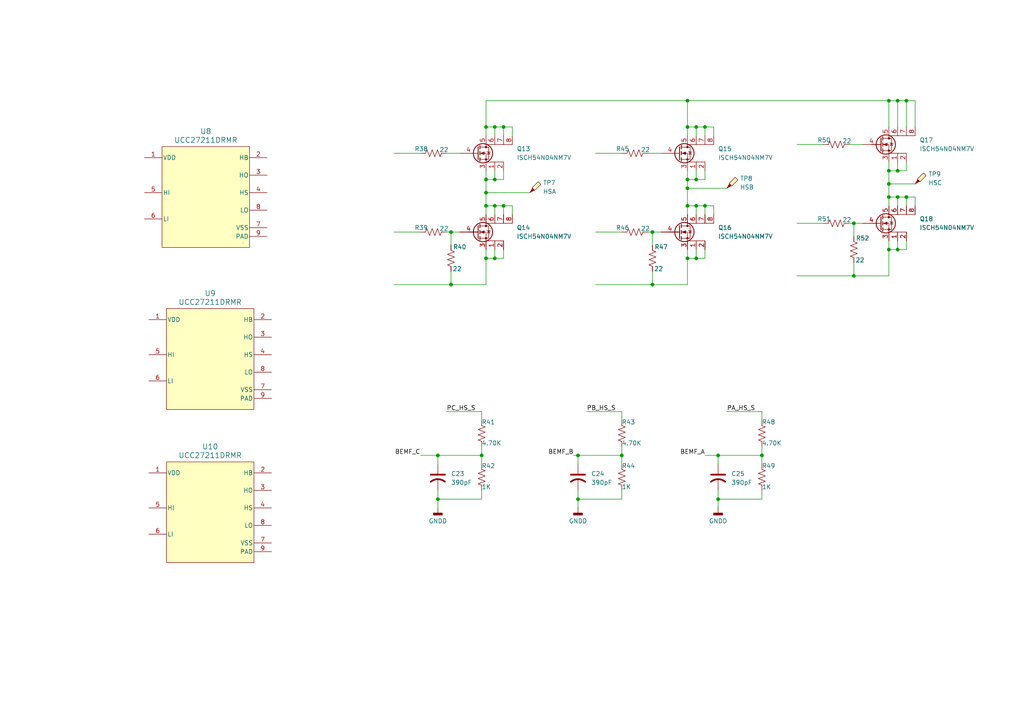
<source format=kicad_sch>
(kicad_sch (version 20250114) (generator "eeschema") (generator_version "9.0")
  (paper "A4")
  (lib_symbols
    (symbol "AzizFaozi:ISCH54N04NM7V" (pin_names (offset 0) (hide yes))
      (property "Reference" "Q" (at 5.08 1.905 0))
      (property "Value" "ISCH54N04NM7V" (at 5.08 0 0))
      (symbol "ISCH54N04NM7V_0_1"
        (polyline (pts (xy 0.254 1.905) (xy 0.254 -1.905)) (stroke (width 0.254)))
        (polyline (pts (xy 0.254 0) (xy -2.54 0)))
        (polyline (pts (xy 0.762 2.286) (xy 0.762 1.27)) (stroke (width 0.254)))
        (polyline (pts (xy 0.762 0.508) (xy 0.762 -0.508)) (stroke (width 0.254)))
        (polyline (pts (xy 0.762 -1.27) (xy 0.762 -2.286)) (stroke (width 0.254)))
        (polyline (pts (xy 0.762 -1.778) (xy 3.302 -1.778) (xy 3.302 1.778) (xy 0.762 1.778)))
        (polyline (pts (xy 1.016 0) (xy 2.032 0.381) (xy 2.032 -0.381) (xy 1.016 0)) (fill (type outline)))
        (circle (center 1.651 0) (radius 2.794) (stroke (width 0.254)))
        (polyline (pts (xy 2.54 2.54) (xy 2.54 1.778)))
        (circle (center 2.54 1.778) (radius 0.254) (fill (type outline)))
        (circle (center 2.54 -1.778) (radius 0.254) (fill (type outline)))
        (polyline (pts (xy 2.54 -2.54) (xy 2.54 0) (xy 0.762 0)))
        (polyline (pts (xy 2.794 0.508) (xy 2.921 0.381) (xy 3.683 0.381) (xy 3.81 0.254)))
        (polyline (pts (xy 3.302 0.381) (xy 2.921 -0.254) (xy 3.683 -0.254) (xy 3.302 0.381)))
        (polyline (pts (xy 7.62 -2.54) (xy 2.54 -2.54)))
        (polyline (pts (xy 10.16 2.54) (xy 2.54 2.54)))
      )
      (symbol "ISCH54N04NM7V_1_0"
        (pin input line (at 7.62 5.08 270) (length 2.54) (name "D") (number "7"))
        (pin input line (at 10.16 5.08 270) (length 2.54) (name "D") (number "8"))
      )
      (symbol "ISCH54N04NM7V_1_1"
        (pin input line (at -5.08 0 0) (length 5.08) (name "G") (number "4"))
        (pin passive line (at 2.54 5.08 270) (length 2.54) (name "D") (number "5"))
        (pin passive line (at 2.54 -5.08 90) (length 2.54) (name "S") (number "3"))
        (pin input line (at 5.08 5.08 270) (length 2.54) (name "D") (number "6"))
        (pin passive line (at 5.08 -5.08 90) (length 2.54) (name "S") (number "1"))
        (pin passive line (at 7.62 -5.08 90) (length 2.54) (name "S") (number "2"))
      )
    )
    (symbol "Connector:TestPoint_Probe" (pin_numbers (hide yes)) (pin_names (offset 0.762) (hide yes))
      (property "Reference" "TP" (at 1.651 5.842 0))
      (property "Value" "TestPoint_Probe" (at 1.651 4.064 0))
      (symbol "TestPoint_Probe_0_1"
        (polyline (pts (xy 1.27 0.762) (xy 0 0) (xy 0.762 1.27) (xy 1.27 0.762)) (fill (type outline)))
        (polyline (pts (xy 1.397 0.635) (xy 0.635 1.397) (xy 2.413 3.175) (xy 3.175 2.413) (xy 1.397 0.635)) (fill (type background)))
      )
      (symbol "TestPoint_Probe_1_1"
        (pin passive line (at 0 0 90) (length 0) (name "1") (number "1"))
      )
    )
    (symbol "Device:C_US" (pin_numbers (hide yes)) (pin_names (offset 0.254) (hide yes))
      (property "Reference" "C" (at 0.635 2.54 0))
      (property "Value" "C_US" (at 0.635 -2.54 0))
      (symbol "C_US_0_1"
        (polyline (pts (xy -2.032 0.762) (xy 2.032 0.762)) (stroke (width 0.508)))
        (arc (start -2.032 -1.27) (mid 0 -0.5572) (end 2.032 -1.27) (stroke (width 0.508)))
      )
      (symbol "C_US_1_1"
        (pin passive line (at 0 3.81 270) (length 2.794) (name "~") (number "1"))
        (pin passive line (at 0 -3.81 90) (length 3.302) (name "~") (number "2"))
      )
    )
    (symbol "Device:R_US" (pin_numbers (hide yes)) (pin_names (offset 0))
      (property "Reference" "R" (at 2.54 0 90))
      (property "Value" "R_US" (at -2.54 0 90))
      (symbol "R_US_0_1"
        (polyline (pts (xy 0 2.286) (xy 0 2.54)))
        (polyline (pts (xy 0 2.286) (xy 1.016 1.905) (xy 0 1.524) (xy -1.016 1.143) (xy 0 0.762)))
        (polyline (pts (xy 0 0.762) (xy 1.016 0.381) (xy 0 0) (xy -1.016 -0.381) (xy 0 -0.762)))
        (polyline (pts (xy 0 -0.762) (xy 1.016 -1.143) (xy 0 -1.524) (xy -1.016 -1.905) (xy 0 -2.286)))
        (polyline (pts (xy 0 -2.286) (xy 0 -2.54)))
      )
      (symbol "R_US_1_1"
        (pin passive line (at 0 3.81 270) (length 1.27) (name "~") (number "1"))
        (pin passive line (at 0 -3.81 90) (length 1.27) (name "~") (number "2"))
      )
    )
    (symbol "droneUltimate:UCC27211DRMR" (pin_names (offset 0.254))
      (property "Reference" "U" (at 0 2.54 0))
      (property "Value" "UCC27211DRMR" (at 0 0 0))
      (symbol "UCC27211DRMR_0_1"
        (pin power_in line (at -17.78 10.16 0) (length 5.08) (name "VDD") (number "1"))
        (pin input line (at -17.78 0 0) (length 5.08) (name "HI") (number "5"))
        (pin input line (at -17.78 -7.62 0) (length 5.08) (name "LI") (number "6"))
        (pin power_in line (at 17.78 10.16 180) (length 5.08) (name "HB") (number "2"))
        (pin output line (at 17.78 5.08 180) (length 5.08) (name "HO") (number "3"))
        (pin power_in line (at 17.78 0 180) (length 5.08) (name "HS") (number "4"))
        (pin output line (at 17.78 -5.08 180) (length 5.08) (name "LO") (number "8"))
        (pin power_in line (at 17.78 -10.16 180) (length 5.08) (name "VSS") (number "7"))
        (pin unspecified line (at 17.78 -12.7 180) (length 5.08) (name "PAD") (number "9"))
      )
      (symbol "UCC27211DRMR_1_1"
        (rectangle (start -12.7 13.335) (end 12.7 -15.875) (fill (type background)))
        (rectangle (start 10.795 -14.605) (end 10.795 -14.605))
      )
    )
    (symbol "power:GNDD" (power) (pin_numbers (hide yes)) (pin_names (offset 0) (hide yes))
      (property "Value" "GNDD" (at 0 -3.175 0))
      (symbol "GNDD_0_1"
        (rectangle (start -1.27 -1.524) (end 1.27 -2.032) (stroke (width 0.254)) (fill (type outline)))
        (polyline (pts (xy 0 0) (xy 0 -1.524)))
      )
      (symbol "GNDD_1_1"
        (pin power_in line (at 0 0 270) (length 0) (name "~") (number "1"))
      )
    )
  )
  (junction (at 257.81 29.21))
  (junction (at 199.39 29.21))
  (junction (at 208.28 144.78))
  (junction (at 260.35 57.15))
  (junction (at 260.35 72.39))
  (junction (at 143.51 36.83))
  (junction (at 199.39 36.83))
  (junction (at 143.51 59.69))
  (junction (at 140.97 52.07))
  (junction (at 199.39 59.69))
  (junction (at 146.05 36.83))
  (junction (at 204.47 36.83))
  (junction (at 146.05 59.69))
  (junction (at 260.35 29.21))
  (junction (at 140.97 36.83))
  (junction (at 247.65 80.01))
  (junction (at 247.65 64.77))
  (junction (at 201.93 74.93))
  (junction (at 130.81 67.31))
  (junction (at 167.64 132.08))
  (junction (at 180.34 132.08))
  (junction (at 199.39 54.61))
  (junction (at 140.97 74.93))
  (junction (at 257.81 49.53))
  (junction (at 220.98 132.08))
  (junction (at 260.35 49.53))
  (junction (at 140.97 59.69))
  (junction (at 204.47 59.69))
  (junction (at 199.39 52.07))
  (junction (at 257.81 72.39))
  (junction (at 257.81 53.34))
  (junction (at 143.51 52.07))
  (junction (at 257.81 57.15))
  (junction (at 143.51 74.93))
  (junction (at 167.64 144.78))
  (junction (at 127 132.08))
  (junction (at 139.7 132.08))
  (junction (at 262.89 57.15))
  (junction (at 189.23 67.31))
  (junction (at 208.28 132.08))
  (junction (at 201.93 52.07))
  (junction (at 140.97 55.88))
  (junction (at 189.23 82.55))
  (junction (at 130.81 82.55))
  (junction (at 127 144.78))
  (junction (at 201.93 36.83))
  (junction (at 262.89 29.21))
  (junction (at 199.39 74.93))
  (junction (at 201.93 59.69))
  (wire (pts (xy 140.97 39.37) (xy 140.97 36.83)))
  (wire (pts (xy 139.7 142.24) (xy 139.7 144.78)))
  (wire (pts (xy 143.51 52.07) (xy 140.97 52.07)))
  (wire (pts (xy 257.81 53.34) (xy 257.81 57.15)))
  (wire (pts (xy 167.64 134.62) (xy 167.64 132.08)))
  (wire (pts (xy 180.34 121.92) (xy 180.34 119.38)))
  (wire (pts (xy 199.39 72.39) (xy 199.39 74.93)))
  (wire (pts (xy 199.39 52.07) (xy 199.39 54.61)))
  (wire (pts (xy 148.59 62.23) (xy 148.59 59.69)))
  (wire (pts (xy 199.39 36.83) (xy 199.39 39.37)))
  (wire (pts (xy 208.28 142.24) (xy 208.28 144.78)))
  (wire (pts (xy 247.65 80.01) (xy 257.81 80.01)))
  (wire (pts (xy 260.35 29.21) (xy 262.89 29.21)))
  (wire (pts (xy 167.64 142.24) (xy 167.64 144.78)))
  (wire (pts (xy 143.51 36.83) (xy 140.97 36.83)))
  (wire (pts (xy 262.89 29.21) (xy 265.43 29.21)))
  (wire (pts (xy 146.05 36.83) (xy 143.51 36.83)))
  (wire (pts (xy 246.38 41.91) (xy 250.19 41.91)))
  (wire (pts (xy 257.81 57.15) (xy 257.81 59.69)))
  (wire (pts (xy 143.51 59.69) (xy 140.97 59.69)))
  (wire (pts (xy 143.51 72.39) (xy 143.51 74.93)))
  (wire (pts (xy 146.05 74.93) (xy 143.51 74.93)))
  (wire (pts (xy 199.39 49.53) (xy 199.39 52.07)))
  (wire (pts (xy 139.7 132.08) (xy 139.7 134.62)))
  (wire (pts (xy 246.38 64.77) (xy 247.65 64.77)))
  (wire (pts (xy 260.35 69.85) (xy 260.35 72.39)))
  (wire (pts (xy 257.81 46.99) (xy 257.81 49.53)))
  (wire (pts (xy 247.65 76.2) (xy 247.65 80.01)))
  (wire (pts (xy 262.89 57.15) (xy 260.35 57.15)))
  (wire (pts (xy 146.05 59.69) (xy 143.51 59.69)))
  (wire (pts (xy 231.14 64.77) (xy 238.76 64.77)))
  (wire (pts (xy 172.72 44.45) (xy 180.34 44.45)))
  (wire (pts (xy 180.34 132.08) (xy 180.34 134.62)))
  (wire (pts (xy 201.93 52.07) (xy 199.39 52.07)))
  (wire (pts (xy 146.05 36.83) (xy 146.05 39.37)))
  (wire (pts (xy 180.34 129.54) (xy 180.34 132.08)))
  (wire (pts (xy 204.47 132.08) (xy 208.28 132.08)))
  (wire (pts (xy 204.47 36.83) (xy 201.93 36.83)))
  (wire (pts (xy 148.59 59.69) (xy 146.05 59.69)))
  (wire (pts (xy 129.54 119.38) (xy 139.7 119.38)))
  (wire (pts (xy 143.51 36.83) (xy 143.51 39.37)))
  (wire (pts (xy 247.65 64.77) (xy 250.19 64.77)))
  (wire (pts (xy 114.3 67.31) (xy 121.92 67.31)))
  (wire (pts (xy 257.81 53.34) (xy 265.43 53.34)))
  (wire (pts (xy 257.81 72.39) (xy 257.81 80.01)))
  (wire (pts (xy 231.14 41.91) (xy 238.76 41.91)))
  (wire (pts (xy 204.47 52.07) (xy 201.93 52.07)))
  (wire (pts (xy 204.47 49.53) (xy 204.47 52.07)))
  (wire (pts (xy 170.18 119.38) (xy 180.34 119.38)))
  (wire (pts (xy 220.98 132.08) (xy 220.98 134.62)))
  (wire (pts (xy 140.97 36.83) (xy 140.97 29.21)))
  (wire (pts (xy 208.28 144.78) (xy 208.28 147.32)))
  (wire (pts (xy 199.39 29.21) (xy 199.39 36.83)))
  (wire (pts (xy 204.47 72.39) (xy 204.47 74.93)))
  (wire (pts (xy 262.89 46.99) (xy 262.89 49.53)))
  (wire (pts (xy 247.65 68.58) (xy 247.65 64.77)))
  (wire (pts (xy 139.7 121.92) (xy 139.7 119.38)))
  (wire (pts (xy 140.97 55.88) (xy 153.67 55.88)))
  (wire (pts (xy 201.93 74.93) (xy 199.39 74.93)))
  (wire (pts (xy 140.97 49.53) (xy 140.97 52.07)))
  (wire (pts (xy 127 142.24) (xy 127 144.78)))
  (wire (pts (xy 265.43 59.69) (xy 265.43 57.15)))
  (wire (pts (xy 201.93 36.83) (xy 201.93 39.37)))
  (wire (pts (xy 130.81 71.12) (xy 130.81 67.31)))
  (wire (pts (xy 143.51 74.93) (xy 140.97 74.93)))
  (wire (pts (xy 140.97 52.07) (xy 140.97 55.88)))
  (wire (pts (xy 204.47 74.93) (xy 201.93 74.93)))
  (wire (pts (xy 220.98 129.54) (xy 220.98 132.08)))
  (wire (pts (xy 257.81 49.53) (xy 257.81 53.34)))
  (wire (pts (xy 260.35 46.99) (xy 260.35 49.53)))
  (wire (pts (xy 201.93 36.83) (xy 199.39 36.83)))
  (wire (pts (xy 201.93 49.53) (xy 201.93 52.07)))
  (wire (pts (xy 121.92 132.08) (xy 127 132.08)))
  (wire (pts (xy 207.01 59.69) (xy 204.47 59.69)))
  (wire (pts (xy 167.64 132.08) (xy 180.34 132.08)))
  (wire (pts (xy 260.35 57.15) (xy 257.81 57.15)))
  (wire (pts (xy 140.97 74.93) (xy 140.97 82.55)))
  (wire (pts (xy 180.34 142.24) (xy 180.34 144.78)))
  (wire (pts (xy 220.98 121.92) (xy 220.98 119.38)))
  (wire (pts (xy 207.01 62.23) (xy 207.01 59.69)))
  (wire (pts (xy 127 132.08) (xy 139.7 132.08)))
  (wire (pts (xy 114.3 44.45) (xy 121.92 44.45)))
  (wire (pts (xy 167.64 144.78) (xy 180.34 144.78)))
  (wire (pts (xy 146.05 52.07) (xy 143.51 52.07)))
  (wire (pts (xy 127 144.78) (xy 127 147.32)))
  (wire (pts (xy 208.28 144.78) (xy 220.98 144.78)))
  (wire (pts (xy 257.81 69.85) (xy 257.81 72.39)))
  (wire (pts (xy 265.43 57.15) (xy 262.89 57.15)))
  (wire (pts (xy 127 144.78) (xy 139.7 144.78)))
  (wire (pts (xy 166.37 132.08) (xy 167.64 132.08)))
  (wire (pts (xy 262.89 57.15) (xy 262.89 59.69)))
  (wire (pts (xy 257.81 29.21) (xy 257.81 36.83)))
  (wire (pts (xy 189.23 71.12) (xy 189.23 67.31)))
  (wire (pts (xy 140.97 55.88) (xy 140.97 59.69)))
  (wire (pts (xy 207.01 36.83) (xy 204.47 36.83)))
  (wire (pts (xy 204.47 59.69) (xy 201.93 59.69)))
  (wire (pts (xy 187.96 67.31) (xy 189.23 67.31)))
  (wire (pts (xy 187.96 44.45) (xy 191.77 44.45)))
  (wire (pts (xy 210.82 119.38) (xy 220.98 119.38)))
  (wire (pts (xy 204.47 59.69) (xy 204.47 62.23)))
  (wire (pts (xy 172.72 67.31) (xy 180.34 67.31)))
  (wire (pts (xy 143.51 59.69) (xy 143.51 62.23)))
  (wire (pts (xy 140.97 59.69) (xy 140.97 62.23)))
  (wire (pts (xy 146.05 49.53) (xy 146.05 52.07)))
  (wire (pts (xy 140.97 72.39) (xy 140.97 74.93)))
  (wire (pts (xy 210.82 54.61) (xy 199.39 54.61)))
  (wire (pts (xy 199.39 74.93) (xy 199.39 82.55)))
  (wire (pts (xy 130.81 82.55) (xy 140.97 82.55)))
  (wire (pts (xy 114.3 82.55) (xy 130.81 82.55)))
  (wire (pts (xy 129.54 67.31) (xy 130.81 67.31)))
  (wire (pts (xy 167.64 144.78) (xy 167.64 147.32)))
  (wire (pts (xy 208.28 134.62) (xy 208.28 132.08)))
  (wire (pts (xy 208.28 132.08) (xy 220.98 132.08)))
  (wire (pts (xy 220.98 142.24) (xy 220.98 144.78)))
  (wire (pts (xy 201.93 59.69) (xy 199.39 59.69)))
  (wire (pts (xy 189.23 82.55) (xy 199.39 82.55)))
  (wire (pts (xy 207.01 39.37) (xy 207.01 36.83)))
  (wire (pts (xy 201.93 72.39) (xy 201.93 74.93)))
  (wire (pts (xy 189.23 67.31) (xy 191.77 67.31)))
  (wire (pts (xy 204.47 36.83) (xy 204.47 39.37)))
  (wire (pts (xy 265.43 29.21) (xy 265.43 36.83)))
  (wire (pts (xy 172.72 82.55) (xy 189.23 82.55)))
  (wire (pts (xy 129.54 44.45) (xy 133.35 44.45)))
  (wire (pts (xy 260.35 49.53) (xy 257.81 49.53)))
  (wire (pts (xy 143.51 49.53) (xy 143.51 52.07)))
  (wire (pts (xy 189.23 78.74) (xy 189.23 82.55)))
  (wire (pts (xy 148.59 39.37) (xy 148.59 36.83)))
  (wire (pts (xy 130.81 78.74) (xy 130.81 82.55)))
  (wire (pts (xy 199.39 59.69) (xy 199.39 62.23)))
  (wire (pts (xy 139.7 129.54) (xy 139.7 132.08)))
  (wire (pts (xy 130.81 67.31) (xy 133.35 67.31)))
  (wire (pts (xy 257.81 29.21) (xy 260.35 29.21)))
  (wire (pts (xy 140.97 29.21) (xy 199.39 29.21)))
  (wire (pts (xy 262.89 72.39) (xy 260.35 72.39)))
  (wire (pts (xy 199.39 54.61) (xy 199.39 59.69)))
  (wire (pts (xy 260.35 72.39) (xy 257.81 72.39)))
  (wire (pts (xy 260.35 57.15) (xy 260.35 59.69)))
  (wire (pts (xy 262.89 69.85) (xy 262.89 72.39)))
  (wire (pts (xy 262.89 49.53) (xy 260.35 49.53)))
  (wire (pts (xy 199.39 29.21) (xy 257.81 29.21)))
  (wire (pts (xy 262.89 29.21) (xy 262.89 36.83)))
  (wire (pts (xy 201.93 59.69) (xy 201.93 62.23)))
  (wire (pts (xy 146.05 59.69) (xy 146.05 62.23)))
  (wire (pts (xy 148.59 36.83) (xy 146.05 36.83)))
  (wire (pts (xy 260.35 29.21) (xy 260.35 36.83)))
  (wire (pts (xy 231.14 80.01) (xy 247.65 80.01)))
  (wire (pts (xy 146.05 72.39) (xy 146.05 74.93)))
  (wire (pts (xy 127 134.62) (xy 127 132.08)))
  (label "BEMF_C" (at 121.92 132.08 180))
  (label "PA_HS_S" (at 210.82 119.38 0))
  (label "BEMF_B" (at 166.37 132.08 180))
  (label "PC_HS_S" (at 129.54 119.38 0))
  (label "BEMF_A" (at 204.47 132.08 180))
  (label "PB_HS_S" (at 170.18 119.38 0))
  (symbol (lib_id "Device:R_US") (at 180.34 138.43 0) (unit 1)
    (property "Reference" "R44" (at 180.34 135.128 0) (effects (justify left)))
    (property "Value" "1K" (at 180.34 141.224 0) (effects (justify left)))
    (property "Description" "Resistor, US symbol" (effects (hide yes)))
  )
  (symbol (lib_id "Device:R_US") (at 130.81 74.93 0) (unit 1)
    (property "Reference" "R40" (at 133.35 71.628 0))
    (property "Value" "22" (at 132.588 77.978 0))
    (property "Description" "Resistor, US symbol" (effects (hide yes)))
  )
  (symbol (lib_id "AzizFaozi:ISCH54N04NM7V") (at 138.43 44.45 0) (unit 1)
    (property "Reference" "Q13" (at 149.86 43.1799 0) (effects (justify left)))
    (property "Value" "ISCH54N04NM7V" (at 149.86 45.7199 0) (effects (justify left)))
    (property "Footprint" "footprints:PG-TDSON-8_L5.0-W6.0-P1.27-BL-EP" (effects (hide yes)))
    (property "Datasheet" "http://www.infineon.com/dgdl/Infineon-BSC028N06LS3-DS-v02_02-en.pdf?fileId=db3a30431ddc9372011ebafa4c607f8c" (effects (hide yes)))
    (property "Description" "100A Id, 60V Vds, OptiMOS N-Channel Power MOSFET, 2.8mOhm Ron, Qg (typ) 31.0nC, PG-TDSON-8" (effects (hide yes)))
  )
  (symbol (lib_id "Device:R_US") (at 242.57 41.91 90) (unit 1)
    (property "Reference" "R50" (at 239.014 40.64 90))
    (property "Value" "22" (at 245.618 40.894 90))
    (property "Description" "Resistor, US symbol" (effects (hide yes)))
  )
  (symbol (lib_id "Device:R_US") (at 184.15 44.45 90) (unit 1)
    (property "Reference" "R45" (at 180.594 43.18 90))
    (property "Value" "22" (at 187.198 43.434 90))
    (property "Description" "Resistor, US symbol" (effects (hide yes)))
  )
  (symbol (lib_id "Device:R_US") (at 247.65 72.39 0) (unit 1)
    (property "Reference" "R52" (at 250.19 69.088 0))
    (property "Value" "22" (at 249.428 75.438 0))
    (property "Description" "Resistor, US symbol" (effects (hide yes)))
  )
  (symbol (lib_id "Device:R_US") (at 125.73 67.31 90) (unit 1)
    (property "Reference" "R39" (at 122.174 66.04 90))
    (property "Value" "22" (at 128.778 66.294 90))
    (property "Description" "Resistor, US symbol" (effects (hide yes)))
  )
  (symbol (lib_id "Connector:TestPoint_Probe") (at 210.82 54.61 0) (unit 1)
    (property "Reference" "TP8" (at 214.63 51.7524 0) (effects (justify left)))
    (property "Value" "HSB" (at 214.63 54.2924 0) (effects (justify left)))
    (property "Footprint" "MountingHole:MountingHole_2.2mm_M2_Pad" (effects (hide yes)))
    (property "Description" "test point (alternative probe-style design)" (effects (hide yes)))
  )
  (symbol (lib_id "power:GNDD") (at 208.28 147.32 0) (unit 1)
    (property "Reference" "#PWR051" (effects (hide yes)))
    (property "Value" "GNDD" (at 208.28 151.13 0))
    (property "Description" "Power symbol creates a global label with name \"GNDD\" , digital ground" (effects (hide yes)))
  )
  (symbol (lib_id "Device:C_US") (at 167.64 138.43 0) (unit 1)
    (property "Reference" "C24" (at 171.45 137.4139 0) (effects (justify left)))
    (property "Value" "390pF" (at 171.45 139.9539 0) (effects (justify left)))
    (property "Description" "capacitor, US symbol" (effects (hide yes)))
  )
  (symbol (lib_id "AzizFaozi:ISCH54N04NM7V") (at 138.43 67.31 0) (unit 1)
    (property "Reference" "Q14" (at 149.86 66.0399 0) (effects (justify left)))
    (property "Value" "ISCH54N04NM7V" (at 149.86 68.5799 0) (effects (justify left)))
    (property "Footprint" "footprints:PG-TDSON-8_L5.0-W6.0-P1.27-BL-EP" (effects (hide yes)))
    (property "Datasheet" "http://www.infineon.com/dgdl/Infineon-BSC028N06LS3-DS-v02_02-en.pdf?fileId=db3a30431ddc9372011ebafa4c607f8c" (effects (hide yes)))
    (property "Description" "100A Id, 60V Vds, OptiMOS N-Channel Power MOSFET, 2.8mOhm Ron, Qg (typ) 31.0nC, PG-TDSON-8" (effects (hide yes)))
  )
  (symbol (lib_id "Device:R_US") (at 220.98 125.73 0) (unit 1)
    (property "Reference" "R48" (at 220.98 122.428 0) (effects (justify left)))
    (property "Value" "4.70K" (at 220.98 128.524 0) (effects (justify left)))
    (property "Description" "Resistor, US symbol" (effects (hide yes)))
  )
  (symbol (lib_id "Connector:TestPoint_Probe") (at 153.67 55.88 0) (unit 1)
    (property "Reference" "TP7" (at 157.48 53.0224 0) (effects (justify left)))
    (property "Value" "HSA" (at 157.48 55.5624 0) (effects (justify left)))
    (property "Footprint" "MountingHole:MountingHole_2.2mm_M2_Pad" (effects (hide yes)))
    (property "Description" "test point (alternative probe-style design)" (effects (hide yes)))
  )
  (symbol (lib_id "Device:R_US") (at 220.98 138.43 0) (unit 1)
    (property "Reference" "R49" (at 220.98 135.128 0) (effects (justify left)))
    (property "Value" "1K" (at 220.98 141.224 0) (effects (justify left)))
    (property "Description" "Resistor, US symbol" (effects (hide yes)))
  )
  (symbol (lib_id "AzizFaozi:ISCH54N04NM7V") (at 196.85 67.31 0) (unit 1)
    (property "Reference" "Q16" (at 208.28 66.0399 0) (effects (justify left)))
    (property "Value" "ISCH54N04NM7V" (at 208.28 68.5799 0) (effects (justify left)))
    (property "Footprint" "footprints:PG-TDSON-8_L5.0-W6.0-P1.27-BL-EP" (effects (hide yes)))
    (property "Datasheet" "http://www.infineon.com/dgdl/Infineon-BSC028N06LS3-DS-v02_02-en.pdf?fileId=db3a30431ddc9372011ebafa4c607f8c" (effects (hide yes)))
    (property "Description" "100A Id, 60V Vds, OptiMOS N-Channel Power MOSFET, 2.8mOhm Ron, Qg (typ) 31.0nC, PG-TDSON-8" (effects (hide yes)))
  )
  (symbol (lib_id "Device:R_US") (at 189.23 74.93 0) (unit 1)
    (property "Reference" "R47" (at 191.77 71.628 0))
    (property "Value" "22" (at 191.008 77.978 0))
    (property "Description" "Resistor, US symbol" (effects (hide yes)))
  )
  (symbol (lib_id "droneUltimate:UCC27211DRMR") (at 60.96 147.32 0) (unit 1)
    (property "Reference" "U10" (at 60.96 129.54 0) (effects (font (size 1.524 1.524))))
    (property "Value" "UCC27211DRMR" (at 60.96 132.08 0) (effects (font (size 1.524 1.524))))
    (property "Footprint" "footprints:VSON-8_L4.0-W4.0-P0.80-TL-EP" (effects (hide yes)))
    (property "Datasheet" "https://www.ti.com/lit/gpn/ucc27211" (effects (hide yes)))
    (property "lcsc_id" "C1848363" (effects (hide yes)))
    (property "price" "1.57" (effects (hide yes)))
  )
  (symbol (lib_id "Device:R_US") (at 125.73 44.45 90) (unit 1)
    (property "Reference" "R38" (at 122.174 43.18 90))
    (property "Value" "22" (at 128.778 43.434 90))
    (property "Description" "Resistor, US symbol" (effects (hide yes)))
  )
  (symbol (lib_id "Device:C_US") (at 208.28 138.43 0) (unit 1)
    (property "Reference" "C25" (at 212.09 137.4139 0) (effects (justify left)))
    (property "Value" "390pF" (at 212.09 139.9539 0) (effects (justify left)))
    (property "Description" "capacitor, US symbol" (effects (hide yes)))
  )
  (symbol (lib_id "droneUltimate:UCC27211DRMR") (at 59.69 55.88 0) (unit 1)
    (property "Reference" "U8" (at 59.69 38.1 0) (effects (font (size 1.524 1.524))))
    (property "Value" "UCC27211DRMR" (at 59.69 40.64 0) (effects (font (size 1.524 1.524))))
    (property "Footprint" "footprints:VSON-8_L4.0-W4.0-P0.80-TL-EP" (effects (hide yes)))
    (property "Datasheet" "https://www.ti.com/lit/gpn/ucc27211" (effects (hide yes)))
    (property "lcsc_id" "C1848363" (effects (hide yes)))
    (property "price" "1.57" (effects (hide yes)))
  )
  (symbol (lib_id "Connector:TestPoint_Probe") (at 265.43 53.34 0) (unit 1)
    (property "Reference" "TP9" (at 269.24 50.4824 0) (effects (justify left)))
    (property "Value" "HSC" (at 269.24 53.0224 0) (effects (justify left)))
    (property "Footprint" "MountingHole:MountingHole_2.2mm_M2_Pad" (effects (hide yes)))
    (property "Description" "test point (alternative probe-style design)" (effects (hide yes)))
  )
  (symbol (lib_id "Device:R_US") (at 184.15 67.31 90) (unit 1)
    (property "Reference" "R46" (at 180.594 66.04 90))
    (property "Value" "22" (at 187.198 66.294 90))
    (property "Description" "Resistor, US symbol" (effects (hide yes)))
  )
  (symbol (lib_id "droneUltimate:UCC27211DRMR") (at 60.96 102.87 0) (unit 1)
    (property "Reference" "U9" (at 60.96 85.09 0) (effects (font (size 1.524 1.524))))
    (property "Value" "UCC27211DRMR" (at 60.96 87.63 0) (effects (font (size 1.524 1.524))))
    (property "Footprint" "footprints:VSON-8_L4.0-W4.0-P0.80-TL-EP" (effects (hide yes)))
    (property "Datasheet" "https://www.ti.com/lit/gpn/ucc27211" (effects (hide yes)))
    (property "lcsc_id" "C1848363" (effects (hide yes)))
    (property "price" "1.57" (effects (hide yes)))
  )
  (symbol (lib_id "Device:R_US") (at 180.34 125.73 0) (unit 1)
    (property "Reference" "R43" (at 180.34 122.428 0) (effects (justify left)))
    (property "Value" "4.70K" (at 180.34 128.524 0) (effects (justify left)))
    (property "Description" "Resistor, US symbol" (effects (hide yes)))
  )
  (symbol (lib_id "power:GNDD") (at 167.64 147.32 0) (unit 1)
    (property "Reference" "#PWR050" (effects (hide yes)))
    (property "Value" "GNDD" (at 167.64 151.13 0))
    (property "Description" "Power symbol creates a global label with name \"GNDD\" , digital ground" (effects (hide yes)))
  )
  (symbol (lib_id "AzizFaozi:ISCH54N04NM7V") (at 196.85 44.45 0) (unit 1)
    (property "Reference" "Q15" (at 208.28 43.1799 0) (effects (justify left)))
    (property "Value" "ISCH54N04NM7V" (at 208.28 45.7199 0) (effects (justify left)))
    (property "Footprint" "footprints:PG-TDSON-8_L5.0-W6.0-P1.27-BL-EP" (effects (hide yes)))
    (property "Datasheet" "http://www.infineon.com/dgdl/Infineon-BSC028N06LS3-DS-v02_02-en.pdf?fileId=db3a30431ddc9372011ebafa4c607f8c" (effects (hide yes)))
    (property "Description" "100A Id, 60V Vds, OptiMOS N-Channel Power MOSFET, 2.8mOhm Ron, Qg (typ) 31.0nC, PG-TDSON-8" (effects (hide yes)))
  )
  (symbol (lib_id "AzizFaozi:ISCH54N04NM7V") (at 255.27 41.91 0) (unit 1)
    (property "Reference" "Q17" (at 266.7 40.6399 0) (effects (justify left)))
    (property "Value" "ISCH54N04NM7V" (at 266.7 43.1799 0) (effects (justify left)))
    (property "Footprint" "footprints:PG-TDSON-8_L5.0-W6.0-P1.27-BL-EP" (effects (hide yes)))
    (property "Datasheet" "http://www.infineon.com/dgdl/Infineon-BSC028N06LS3-DS-v02_02-en.pdf?fileId=db3a30431ddc9372011ebafa4c607f8c" (effects (hide yes)))
    (property "Description" "100A Id, 60V Vds, OptiMOS N-Channel Power MOSFET, 2.8mOhm Ron, Qg (typ) 31.0nC, PG-TDSON-8" (effects (hide yes)))
  )
  (symbol (lib_id "AzizFaozi:ISCH54N04NM7V") (at 255.27 64.77 0) (unit 1)
    (property "Reference" "Q18" (at 266.7 63.4999 0) (effects (justify left)))
    (property "Value" "ISCH54N04NM7V" (at 266.7 66.0399 0) (effects (justify left)))
    (property "Footprint" "footprints:PG-TDSON-8_L5.0-W6.0-P1.27-BL-EP" (effects (hide yes)))
    (property "Datasheet" "http://www.infineon.com/dgdl/Infineon-BSC028N06LS3-DS-v02_02-en.pdf?fileId=db3a30431ddc9372011ebafa4c607f8c" (effects (hide yes)))
    (property "Description" "100A Id, 60V Vds, OptiMOS N-Channel Power MOSFET, 2.8mOhm Ron, Qg (typ) 31.0nC, PG-TDSON-8" (effects (hide yes)))
  )
  (symbol (lib_id "Device:C_US") (at 127 138.43 0) (unit 1)
    (property "Reference" "C23" (at 130.81 137.4139 0) (effects (justify left)))
    (property "Value" "390pF" (at 130.81 139.9539 0) (effects (justify left)))
    (property "Description" "capacitor, US symbol" (effects (hide yes)))
  )
  (symbol (lib_id "Device:R_US") (at 139.7 138.43 0) (unit 1)
    (property "Reference" "R42" (at 139.7 135.128 0) (effects (justify left)))
    (property "Value" "1K" (at 139.7 141.224 0) (effects (justify left)))
    (property "Description" "Resistor, US symbol" (effects (hide yes)))
  )
  (symbol (lib_id "power:GNDD") (at 127 147.32 0) (unit 1)
    (property "Reference" "#PWR049" (effects (hide yes)))
    (property "Value" "GNDD" (at 127 151.13 0))
    (property "Description" "Power symbol creates a global label with name \"GNDD\" , digital ground" (effects (hide yes)))
  )
  (symbol (lib_id "Device:R_US") (at 242.57 64.77 90) (unit 1)
    (property "Reference" "R51" (at 239.014 63.5 90))
    (property "Value" "22" (at 245.618 63.754 90))
    (property "Description" "Resistor, US symbol" (effects (hide yes)))
  )
  (symbol (lib_id "Device:R_US") (at 139.7 125.73 0) (unit 1)
    (property "Reference" "R41" (at 139.7 122.428 0) (effects (justify left)))
    (property "Value" "4.70K" (at 139.7 128.524 0) (effects (justify left)))
    (property "Description" "Resistor, US symbol" (effects (hide yes)))
  )
)
</source>
